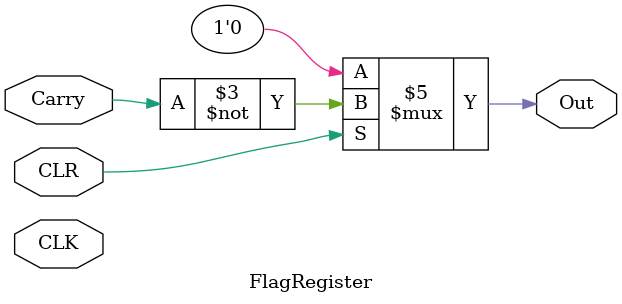
<source format=v>

/* A register */
module ARegister(CLK, CLR, EN, LOAD, Im, Out);
  input CLK, CLR, EN, LOAD;
  input [3:0] Im;

  wire CLK, CLR, EN, LOAD;
  wire [3:0] Im;

  output reg [3:0] Out;

  always @ (posedge CLK or negedge CLR) begin
    if (CLR == 1'b0)
      Out <= 4'b0000;
    else
      if (LOAD == 1'b0)
        Out <= Im;
      else
        Out <= Out;
  end
endmodule




/* B register */
module BRegister(CLK, CLR, EN, LOAD, Im, Out);
  input CLK, CLR, EN, LOAD;
  input [3:0] Im;

  wire CLK, CLR, EN, LOAD;
  wire [3:0] Im;

  output reg [3:0] Out;

  always @ (posedge CLK or negedge CLR) begin
    if (CLR == 1'b0)
      Out <= 4'b0000;
    else
      if (LOAD == 1'b0)
        Out <= Im;
      else
        Out <= Out;
  end
endmodule




/* Program Counter */
module PC(CLK, CLR, EN, LOAD, Im, Out);
  input CLK, CLR, EN, LOAD;
  input [3:0] Im;

  wire CLK, CLR, EN, LOAD;
  wire [3:0] Im;

  output reg [3:0] Out;

  always @ (posedge CLK or negedge CLR) begin
    if (CLR == 1'b0)
      Out <= 4'b0000;
    else
      if (LOAD == 1'b0)
        Out <= Im;
      else
        // count up with posedge CLK
        Out <= Out + 4'b0001;
  end
endmodule




/* flag register */
module FlagRegister(CLK, CLR, Carry, Out);
  input CLK, CLR, Carry;

  wire CLK, CLR, Carry;

  output reg Out;

  always @ ( * ) begin
    if (CLR == 1'b0)
      Out <= 1'b0;
    else
      // Negative logic
      Out <= ~Carry;
  end
endmodule

</source>
